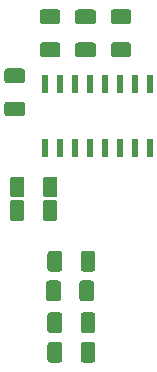
<source format=gbr>
G04 #@! TF.GenerationSoftware,KiCad,Pcbnew,5.0.2-bee76a0~70~ubuntu18.04.1*
G04 #@! TF.CreationDate,2020-08-17T12:22:27+12:00*
G04 #@! TF.ProjectId,Wireless232,57697265-6c65-4737-9332-33322e6b6963,rev?*
G04 #@! TF.SameCoordinates,Original*
G04 #@! TF.FileFunction,Paste,Bot*
G04 #@! TF.FilePolarity,Positive*
%FSLAX46Y46*%
G04 Gerber Fmt 4.6, Leading zero omitted, Abs format (unit mm)*
G04 Created by KiCad (PCBNEW 5.0.2-bee76a0~70~ubuntu18.04.1) date Mon 17 Aug 2020 12:22:27 NZST*
%MOMM*%
%LPD*%
G01*
G04 APERTURE LIST*
%ADD10C,0.100000*%
%ADD11C,1.250000*%
%ADD12R,0.600000X1.500000*%
G04 APERTURE END LIST*
D10*
G04 #@! TO.C,R4*
G36*
X122799504Y-98426204D02*
X122823773Y-98429804D01*
X122847571Y-98435765D01*
X122870671Y-98444030D01*
X122892849Y-98454520D01*
X122913893Y-98467133D01*
X122933598Y-98481747D01*
X122951777Y-98498223D01*
X122968253Y-98516402D01*
X122982867Y-98536107D01*
X122995480Y-98557151D01*
X123005970Y-98579329D01*
X123014235Y-98602429D01*
X123020196Y-98626227D01*
X123023796Y-98650496D01*
X123025000Y-98675000D01*
X123025000Y-99925000D01*
X123023796Y-99949504D01*
X123020196Y-99973773D01*
X123014235Y-99997571D01*
X123005970Y-100020671D01*
X122995480Y-100042849D01*
X122982867Y-100063893D01*
X122968253Y-100083598D01*
X122951777Y-100101777D01*
X122933598Y-100118253D01*
X122913893Y-100132867D01*
X122892849Y-100145480D01*
X122870671Y-100155970D01*
X122847571Y-100164235D01*
X122823773Y-100170196D01*
X122799504Y-100173796D01*
X122775000Y-100175000D01*
X122025000Y-100175000D01*
X122000496Y-100173796D01*
X121976227Y-100170196D01*
X121952429Y-100164235D01*
X121929329Y-100155970D01*
X121907151Y-100145480D01*
X121886107Y-100132867D01*
X121866402Y-100118253D01*
X121848223Y-100101777D01*
X121831747Y-100083598D01*
X121817133Y-100063893D01*
X121804520Y-100042849D01*
X121794030Y-100020671D01*
X121785765Y-99997571D01*
X121779804Y-99973773D01*
X121776204Y-99949504D01*
X121775000Y-99925000D01*
X121775000Y-98675000D01*
X121776204Y-98650496D01*
X121779804Y-98626227D01*
X121785765Y-98602429D01*
X121794030Y-98579329D01*
X121804520Y-98557151D01*
X121817133Y-98536107D01*
X121831747Y-98516402D01*
X121848223Y-98498223D01*
X121866402Y-98481747D01*
X121886107Y-98467133D01*
X121907151Y-98454520D01*
X121929329Y-98444030D01*
X121952429Y-98435765D01*
X121976227Y-98429804D01*
X122000496Y-98426204D01*
X122025000Y-98425000D01*
X122775000Y-98425000D01*
X122799504Y-98426204D01*
X122799504Y-98426204D01*
G37*
D11*
X122400000Y-99300000D03*
D10*
G36*
X125599504Y-98426204D02*
X125623773Y-98429804D01*
X125647571Y-98435765D01*
X125670671Y-98444030D01*
X125692849Y-98454520D01*
X125713893Y-98467133D01*
X125733598Y-98481747D01*
X125751777Y-98498223D01*
X125768253Y-98516402D01*
X125782867Y-98536107D01*
X125795480Y-98557151D01*
X125805970Y-98579329D01*
X125814235Y-98602429D01*
X125820196Y-98626227D01*
X125823796Y-98650496D01*
X125825000Y-98675000D01*
X125825000Y-99925000D01*
X125823796Y-99949504D01*
X125820196Y-99973773D01*
X125814235Y-99997571D01*
X125805970Y-100020671D01*
X125795480Y-100042849D01*
X125782867Y-100063893D01*
X125768253Y-100083598D01*
X125751777Y-100101777D01*
X125733598Y-100118253D01*
X125713893Y-100132867D01*
X125692849Y-100145480D01*
X125670671Y-100155970D01*
X125647571Y-100164235D01*
X125623773Y-100170196D01*
X125599504Y-100173796D01*
X125575000Y-100175000D01*
X124825000Y-100175000D01*
X124800496Y-100173796D01*
X124776227Y-100170196D01*
X124752429Y-100164235D01*
X124729329Y-100155970D01*
X124707151Y-100145480D01*
X124686107Y-100132867D01*
X124666402Y-100118253D01*
X124648223Y-100101777D01*
X124631747Y-100083598D01*
X124617133Y-100063893D01*
X124604520Y-100042849D01*
X124594030Y-100020671D01*
X124585765Y-99997571D01*
X124579804Y-99973773D01*
X124576204Y-99949504D01*
X124575000Y-99925000D01*
X124575000Y-98675000D01*
X124576204Y-98650496D01*
X124579804Y-98626227D01*
X124585765Y-98602429D01*
X124594030Y-98579329D01*
X124604520Y-98557151D01*
X124617133Y-98536107D01*
X124631747Y-98516402D01*
X124648223Y-98498223D01*
X124666402Y-98481747D01*
X124686107Y-98467133D01*
X124707151Y-98454520D01*
X124729329Y-98444030D01*
X124752429Y-98435765D01*
X124776227Y-98429804D01*
X124800496Y-98426204D01*
X124825000Y-98425000D01*
X125575000Y-98425000D01*
X125599504Y-98426204D01*
X125599504Y-98426204D01*
G37*
D11*
X125200000Y-99300000D03*
G04 #@! TD*
D10*
G04 #@! TO.C,R3*
G36*
X125599504Y-103626204D02*
X125623773Y-103629804D01*
X125647571Y-103635765D01*
X125670671Y-103644030D01*
X125692849Y-103654520D01*
X125713893Y-103667133D01*
X125733598Y-103681747D01*
X125751777Y-103698223D01*
X125768253Y-103716402D01*
X125782867Y-103736107D01*
X125795480Y-103757151D01*
X125805970Y-103779329D01*
X125814235Y-103802429D01*
X125820196Y-103826227D01*
X125823796Y-103850496D01*
X125825000Y-103875000D01*
X125825000Y-105125000D01*
X125823796Y-105149504D01*
X125820196Y-105173773D01*
X125814235Y-105197571D01*
X125805970Y-105220671D01*
X125795480Y-105242849D01*
X125782867Y-105263893D01*
X125768253Y-105283598D01*
X125751777Y-105301777D01*
X125733598Y-105318253D01*
X125713893Y-105332867D01*
X125692849Y-105345480D01*
X125670671Y-105355970D01*
X125647571Y-105364235D01*
X125623773Y-105370196D01*
X125599504Y-105373796D01*
X125575000Y-105375000D01*
X124825000Y-105375000D01*
X124800496Y-105373796D01*
X124776227Y-105370196D01*
X124752429Y-105364235D01*
X124729329Y-105355970D01*
X124707151Y-105345480D01*
X124686107Y-105332867D01*
X124666402Y-105318253D01*
X124648223Y-105301777D01*
X124631747Y-105283598D01*
X124617133Y-105263893D01*
X124604520Y-105242849D01*
X124594030Y-105220671D01*
X124585765Y-105197571D01*
X124579804Y-105173773D01*
X124576204Y-105149504D01*
X124575000Y-105125000D01*
X124575000Y-103875000D01*
X124576204Y-103850496D01*
X124579804Y-103826227D01*
X124585765Y-103802429D01*
X124594030Y-103779329D01*
X124604520Y-103757151D01*
X124617133Y-103736107D01*
X124631747Y-103716402D01*
X124648223Y-103698223D01*
X124666402Y-103681747D01*
X124686107Y-103667133D01*
X124707151Y-103654520D01*
X124729329Y-103644030D01*
X124752429Y-103635765D01*
X124776227Y-103629804D01*
X124800496Y-103626204D01*
X124825000Y-103625000D01*
X125575000Y-103625000D01*
X125599504Y-103626204D01*
X125599504Y-103626204D01*
G37*
D11*
X125200000Y-104500000D03*
D10*
G36*
X122799504Y-103626204D02*
X122823773Y-103629804D01*
X122847571Y-103635765D01*
X122870671Y-103644030D01*
X122892849Y-103654520D01*
X122913893Y-103667133D01*
X122933598Y-103681747D01*
X122951777Y-103698223D01*
X122968253Y-103716402D01*
X122982867Y-103736107D01*
X122995480Y-103757151D01*
X123005970Y-103779329D01*
X123014235Y-103802429D01*
X123020196Y-103826227D01*
X123023796Y-103850496D01*
X123025000Y-103875000D01*
X123025000Y-105125000D01*
X123023796Y-105149504D01*
X123020196Y-105173773D01*
X123014235Y-105197571D01*
X123005970Y-105220671D01*
X122995480Y-105242849D01*
X122982867Y-105263893D01*
X122968253Y-105283598D01*
X122951777Y-105301777D01*
X122933598Y-105318253D01*
X122913893Y-105332867D01*
X122892849Y-105345480D01*
X122870671Y-105355970D01*
X122847571Y-105364235D01*
X122823773Y-105370196D01*
X122799504Y-105373796D01*
X122775000Y-105375000D01*
X122025000Y-105375000D01*
X122000496Y-105373796D01*
X121976227Y-105370196D01*
X121952429Y-105364235D01*
X121929329Y-105355970D01*
X121907151Y-105345480D01*
X121886107Y-105332867D01*
X121866402Y-105318253D01*
X121848223Y-105301777D01*
X121831747Y-105283598D01*
X121817133Y-105263893D01*
X121804520Y-105242849D01*
X121794030Y-105220671D01*
X121785765Y-105197571D01*
X121779804Y-105173773D01*
X121776204Y-105149504D01*
X121775000Y-105125000D01*
X121775000Y-103875000D01*
X121776204Y-103850496D01*
X121779804Y-103826227D01*
X121785765Y-103802429D01*
X121794030Y-103779329D01*
X121804520Y-103757151D01*
X121817133Y-103736107D01*
X121831747Y-103716402D01*
X121848223Y-103698223D01*
X121866402Y-103681747D01*
X121886107Y-103667133D01*
X121907151Y-103654520D01*
X121929329Y-103644030D01*
X121952429Y-103635765D01*
X121976227Y-103629804D01*
X122000496Y-103626204D01*
X122025000Y-103625000D01*
X122775000Y-103625000D01*
X122799504Y-103626204D01*
X122799504Y-103626204D01*
G37*
D11*
X122400000Y-104500000D03*
G04 #@! TD*
D10*
G04 #@! TO.C,R2*
G36*
X125499504Y-100926204D02*
X125523773Y-100929804D01*
X125547571Y-100935765D01*
X125570671Y-100944030D01*
X125592849Y-100954520D01*
X125613893Y-100967133D01*
X125633598Y-100981747D01*
X125651777Y-100998223D01*
X125668253Y-101016402D01*
X125682867Y-101036107D01*
X125695480Y-101057151D01*
X125705970Y-101079329D01*
X125714235Y-101102429D01*
X125720196Y-101126227D01*
X125723796Y-101150496D01*
X125725000Y-101175000D01*
X125725000Y-102425000D01*
X125723796Y-102449504D01*
X125720196Y-102473773D01*
X125714235Y-102497571D01*
X125705970Y-102520671D01*
X125695480Y-102542849D01*
X125682867Y-102563893D01*
X125668253Y-102583598D01*
X125651777Y-102601777D01*
X125633598Y-102618253D01*
X125613893Y-102632867D01*
X125592849Y-102645480D01*
X125570671Y-102655970D01*
X125547571Y-102664235D01*
X125523773Y-102670196D01*
X125499504Y-102673796D01*
X125475000Y-102675000D01*
X124725000Y-102675000D01*
X124700496Y-102673796D01*
X124676227Y-102670196D01*
X124652429Y-102664235D01*
X124629329Y-102655970D01*
X124607151Y-102645480D01*
X124586107Y-102632867D01*
X124566402Y-102618253D01*
X124548223Y-102601777D01*
X124531747Y-102583598D01*
X124517133Y-102563893D01*
X124504520Y-102542849D01*
X124494030Y-102520671D01*
X124485765Y-102497571D01*
X124479804Y-102473773D01*
X124476204Y-102449504D01*
X124475000Y-102425000D01*
X124475000Y-101175000D01*
X124476204Y-101150496D01*
X124479804Y-101126227D01*
X124485765Y-101102429D01*
X124494030Y-101079329D01*
X124504520Y-101057151D01*
X124517133Y-101036107D01*
X124531747Y-101016402D01*
X124548223Y-100998223D01*
X124566402Y-100981747D01*
X124586107Y-100967133D01*
X124607151Y-100954520D01*
X124629329Y-100944030D01*
X124652429Y-100935765D01*
X124676227Y-100929804D01*
X124700496Y-100926204D01*
X124725000Y-100925000D01*
X125475000Y-100925000D01*
X125499504Y-100926204D01*
X125499504Y-100926204D01*
G37*
D11*
X125100000Y-101800000D03*
D10*
G36*
X122699504Y-100926204D02*
X122723773Y-100929804D01*
X122747571Y-100935765D01*
X122770671Y-100944030D01*
X122792849Y-100954520D01*
X122813893Y-100967133D01*
X122833598Y-100981747D01*
X122851777Y-100998223D01*
X122868253Y-101016402D01*
X122882867Y-101036107D01*
X122895480Y-101057151D01*
X122905970Y-101079329D01*
X122914235Y-101102429D01*
X122920196Y-101126227D01*
X122923796Y-101150496D01*
X122925000Y-101175000D01*
X122925000Y-102425000D01*
X122923796Y-102449504D01*
X122920196Y-102473773D01*
X122914235Y-102497571D01*
X122905970Y-102520671D01*
X122895480Y-102542849D01*
X122882867Y-102563893D01*
X122868253Y-102583598D01*
X122851777Y-102601777D01*
X122833598Y-102618253D01*
X122813893Y-102632867D01*
X122792849Y-102645480D01*
X122770671Y-102655970D01*
X122747571Y-102664235D01*
X122723773Y-102670196D01*
X122699504Y-102673796D01*
X122675000Y-102675000D01*
X121925000Y-102675000D01*
X121900496Y-102673796D01*
X121876227Y-102670196D01*
X121852429Y-102664235D01*
X121829329Y-102655970D01*
X121807151Y-102645480D01*
X121786107Y-102632867D01*
X121766402Y-102618253D01*
X121748223Y-102601777D01*
X121731747Y-102583598D01*
X121717133Y-102563893D01*
X121704520Y-102542849D01*
X121694030Y-102520671D01*
X121685765Y-102497571D01*
X121679804Y-102473773D01*
X121676204Y-102449504D01*
X121675000Y-102425000D01*
X121675000Y-101175000D01*
X121676204Y-101150496D01*
X121679804Y-101126227D01*
X121685765Y-101102429D01*
X121694030Y-101079329D01*
X121704520Y-101057151D01*
X121717133Y-101036107D01*
X121731747Y-101016402D01*
X121748223Y-100998223D01*
X121766402Y-100981747D01*
X121786107Y-100967133D01*
X121807151Y-100954520D01*
X121829329Y-100944030D01*
X121852429Y-100935765D01*
X121876227Y-100929804D01*
X121900496Y-100926204D01*
X121925000Y-100925000D01*
X122675000Y-100925000D01*
X122699504Y-100926204D01*
X122699504Y-100926204D01*
G37*
D11*
X122300000Y-101800000D03*
G04 #@! TD*
D10*
G04 #@! TO.C,R1*
G36*
X125599504Y-106126204D02*
X125623773Y-106129804D01*
X125647571Y-106135765D01*
X125670671Y-106144030D01*
X125692849Y-106154520D01*
X125713893Y-106167133D01*
X125733598Y-106181747D01*
X125751777Y-106198223D01*
X125768253Y-106216402D01*
X125782867Y-106236107D01*
X125795480Y-106257151D01*
X125805970Y-106279329D01*
X125814235Y-106302429D01*
X125820196Y-106326227D01*
X125823796Y-106350496D01*
X125825000Y-106375000D01*
X125825000Y-107625000D01*
X125823796Y-107649504D01*
X125820196Y-107673773D01*
X125814235Y-107697571D01*
X125805970Y-107720671D01*
X125795480Y-107742849D01*
X125782867Y-107763893D01*
X125768253Y-107783598D01*
X125751777Y-107801777D01*
X125733598Y-107818253D01*
X125713893Y-107832867D01*
X125692849Y-107845480D01*
X125670671Y-107855970D01*
X125647571Y-107864235D01*
X125623773Y-107870196D01*
X125599504Y-107873796D01*
X125575000Y-107875000D01*
X124825000Y-107875000D01*
X124800496Y-107873796D01*
X124776227Y-107870196D01*
X124752429Y-107864235D01*
X124729329Y-107855970D01*
X124707151Y-107845480D01*
X124686107Y-107832867D01*
X124666402Y-107818253D01*
X124648223Y-107801777D01*
X124631747Y-107783598D01*
X124617133Y-107763893D01*
X124604520Y-107742849D01*
X124594030Y-107720671D01*
X124585765Y-107697571D01*
X124579804Y-107673773D01*
X124576204Y-107649504D01*
X124575000Y-107625000D01*
X124575000Y-106375000D01*
X124576204Y-106350496D01*
X124579804Y-106326227D01*
X124585765Y-106302429D01*
X124594030Y-106279329D01*
X124604520Y-106257151D01*
X124617133Y-106236107D01*
X124631747Y-106216402D01*
X124648223Y-106198223D01*
X124666402Y-106181747D01*
X124686107Y-106167133D01*
X124707151Y-106154520D01*
X124729329Y-106144030D01*
X124752429Y-106135765D01*
X124776227Y-106129804D01*
X124800496Y-106126204D01*
X124825000Y-106125000D01*
X125575000Y-106125000D01*
X125599504Y-106126204D01*
X125599504Y-106126204D01*
G37*
D11*
X125200000Y-107000000D03*
D10*
G36*
X122799504Y-106126204D02*
X122823773Y-106129804D01*
X122847571Y-106135765D01*
X122870671Y-106144030D01*
X122892849Y-106154520D01*
X122913893Y-106167133D01*
X122933598Y-106181747D01*
X122951777Y-106198223D01*
X122968253Y-106216402D01*
X122982867Y-106236107D01*
X122995480Y-106257151D01*
X123005970Y-106279329D01*
X123014235Y-106302429D01*
X123020196Y-106326227D01*
X123023796Y-106350496D01*
X123025000Y-106375000D01*
X123025000Y-107625000D01*
X123023796Y-107649504D01*
X123020196Y-107673773D01*
X123014235Y-107697571D01*
X123005970Y-107720671D01*
X122995480Y-107742849D01*
X122982867Y-107763893D01*
X122968253Y-107783598D01*
X122951777Y-107801777D01*
X122933598Y-107818253D01*
X122913893Y-107832867D01*
X122892849Y-107845480D01*
X122870671Y-107855970D01*
X122847571Y-107864235D01*
X122823773Y-107870196D01*
X122799504Y-107873796D01*
X122775000Y-107875000D01*
X122025000Y-107875000D01*
X122000496Y-107873796D01*
X121976227Y-107870196D01*
X121952429Y-107864235D01*
X121929329Y-107855970D01*
X121907151Y-107845480D01*
X121886107Y-107832867D01*
X121866402Y-107818253D01*
X121848223Y-107801777D01*
X121831747Y-107783598D01*
X121817133Y-107763893D01*
X121804520Y-107742849D01*
X121794030Y-107720671D01*
X121785765Y-107697571D01*
X121779804Y-107673773D01*
X121776204Y-107649504D01*
X121775000Y-107625000D01*
X121775000Y-106375000D01*
X121776204Y-106350496D01*
X121779804Y-106326227D01*
X121785765Y-106302429D01*
X121794030Y-106279329D01*
X121804520Y-106257151D01*
X121817133Y-106236107D01*
X121831747Y-106216402D01*
X121848223Y-106198223D01*
X121866402Y-106181747D01*
X121886107Y-106167133D01*
X121907151Y-106154520D01*
X121929329Y-106144030D01*
X121952429Y-106135765D01*
X121976227Y-106129804D01*
X122000496Y-106126204D01*
X122025000Y-106125000D01*
X122775000Y-106125000D01*
X122799504Y-106126204D01*
X122799504Y-106126204D01*
G37*
D11*
X122400000Y-107000000D03*
G04 #@! TD*
D10*
G04 #@! TO.C,C6*
G36*
X128649504Y-80776204D02*
X128673773Y-80779804D01*
X128697571Y-80785765D01*
X128720671Y-80794030D01*
X128742849Y-80804520D01*
X128763893Y-80817133D01*
X128783598Y-80831747D01*
X128801777Y-80848223D01*
X128818253Y-80866402D01*
X128832867Y-80886107D01*
X128845480Y-80907151D01*
X128855970Y-80929329D01*
X128864235Y-80952429D01*
X128870196Y-80976227D01*
X128873796Y-81000496D01*
X128875000Y-81025000D01*
X128875000Y-81775000D01*
X128873796Y-81799504D01*
X128870196Y-81823773D01*
X128864235Y-81847571D01*
X128855970Y-81870671D01*
X128845480Y-81892849D01*
X128832867Y-81913893D01*
X128818253Y-81933598D01*
X128801777Y-81951777D01*
X128783598Y-81968253D01*
X128763893Y-81982867D01*
X128742849Y-81995480D01*
X128720671Y-82005970D01*
X128697571Y-82014235D01*
X128673773Y-82020196D01*
X128649504Y-82023796D01*
X128625000Y-82025000D01*
X127375000Y-82025000D01*
X127350496Y-82023796D01*
X127326227Y-82020196D01*
X127302429Y-82014235D01*
X127279329Y-82005970D01*
X127257151Y-81995480D01*
X127236107Y-81982867D01*
X127216402Y-81968253D01*
X127198223Y-81951777D01*
X127181747Y-81933598D01*
X127167133Y-81913893D01*
X127154520Y-81892849D01*
X127144030Y-81870671D01*
X127135765Y-81847571D01*
X127129804Y-81823773D01*
X127126204Y-81799504D01*
X127125000Y-81775000D01*
X127125000Y-81025000D01*
X127126204Y-81000496D01*
X127129804Y-80976227D01*
X127135765Y-80952429D01*
X127144030Y-80929329D01*
X127154520Y-80907151D01*
X127167133Y-80886107D01*
X127181747Y-80866402D01*
X127198223Y-80848223D01*
X127216402Y-80831747D01*
X127236107Y-80817133D01*
X127257151Y-80804520D01*
X127279329Y-80794030D01*
X127302429Y-80785765D01*
X127326227Y-80779804D01*
X127350496Y-80776204D01*
X127375000Y-80775000D01*
X128625000Y-80775000D01*
X128649504Y-80776204D01*
X128649504Y-80776204D01*
G37*
D11*
X128000000Y-81400000D03*
D10*
G36*
X128649504Y-77976204D02*
X128673773Y-77979804D01*
X128697571Y-77985765D01*
X128720671Y-77994030D01*
X128742849Y-78004520D01*
X128763893Y-78017133D01*
X128783598Y-78031747D01*
X128801777Y-78048223D01*
X128818253Y-78066402D01*
X128832867Y-78086107D01*
X128845480Y-78107151D01*
X128855970Y-78129329D01*
X128864235Y-78152429D01*
X128870196Y-78176227D01*
X128873796Y-78200496D01*
X128875000Y-78225000D01*
X128875000Y-78975000D01*
X128873796Y-78999504D01*
X128870196Y-79023773D01*
X128864235Y-79047571D01*
X128855970Y-79070671D01*
X128845480Y-79092849D01*
X128832867Y-79113893D01*
X128818253Y-79133598D01*
X128801777Y-79151777D01*
X128783598Y-79168253D01*
X128763893Y-79182867D01*
X128742849Y-79195480D01*
X128720671Y-79205970D01*
X128697571Y-79214235D01*
X128673773Y-79220196D01*
X128649504Y-79223796D01*
X128625000Y-79225000D01*
X127375000Y-79225000D01*
X127350496Y-79223796D01*
X127326227Y-79220196D01*
X127302429Y-79214235D01*
X127279329Y-79205970D01*
X127257151Y-79195480D01*
X127236107Y-79182867D01*
X127216402Y-79168253D01*
X127198223Y-79151777D01*
X127181747Y-79133598D01*
X127167133Y-79113893D01*
X127154520Y-79092849D01*
X127144030Y-79070671D01*
X127135765Y-79047571D01*
X127129804Y-79023773D01*
X127126204Y-78999504D01*
X127125000Y-78975000D01*
X127125000Y-78225000D01*
X127126204Y-78200496D01*
X127129804Y-78176227D01*
X127135765Y-78152429D01*
X127144030Y-78129329D01*
X127154520Y-78107151D01*
X127167133Y-78086107D01*
X127181747Y-78066402D01*
X127198223Y-78048223D01*
X127216402Y-78031747D01*
X127236107Y-78017133D01*
X127257151Y-78004520D01*
X127279329Y-77994030D01*
X127302429Y-77985765D01*
X127326227Y-77979804D01*
X127350496Y-77976204D01*
X127375000Y-77975000D01*
X128625000Y-77975000D01*
X128649504Y-77976204D01*
X128649504Y-77976204D01*
G37*
D11*
X128000000Y-78600000D03*
G04 #@! TD*
D10*
G04 #@! TO.C,C5*
G36*
X122649504Y-77976204D02*
X122673773Y-77979804D01*
X122697571Y-77985765D01*
X122720671Y-77994030D01*
X122742849Y-78004520D01*
X122763893Y-78017133D01*
X122783598Y-78031747D01*
X122801777Y-78048223D01*
X122818253Y-78066402D01*
X122832867Y-78086107D01*
X122845480Y-78107151D01*
X122855970Y-78129329D01*
X122864235Y-78152429D01*
X122870196Y-78176227D01*
X122873796Y-78200496D01*
X122875000Y-78225000D01*
X122875000Y-78975000D01*
X122873796Y-78999504D01*
X122870196Y-79023773D01*
X122864235Y-79047571D01*
X122855970Y-79070671D01*
X122845480Y-79092849D01*
X122832867Y-79113893D01*
X122818253Y-79133598D01*
X122801777Y-79151777D01*
X122783598Y-79168253D01*
X122763893Y-79182867D01*
X122742849Y-79195480D01*
X122720671Y-79205970D01*
X122697571Y-79214235D01*
X122673773Y-79220196D01*
X122649504Y-79223796D01*
X122625000Y-79225000D01*
X121375000Y-79225000D01*
X121350496Y-79223796D01*
X121326227Y-79220196D01*
X121302429Y-79214235D01*
X121279329Y-79205970D01*
X121257151Y-79195480D01*
X121236107Y-79182867D01*
X121216402Y-79168253D01*
X121198223Y-79151777D01*
X121181747Y-79133598D01*
X121167133Y-79113893D01*
X121154520Y-79092849D01*
X121144030Y-79070671D01*
X121135765Y-79047571D01*
X121129804Y-79023773D01*
X121126204Y-78999504D01*
X121125000Y-78975000D01*
X121125000Y-78225000D01*
X121126204Y-78200496D01*
X121129804Y-78176227D01*
X121135765Y-78152429D01*
X121144030Y-78129329D01*
X121154520Y-78107151D01*
X121167133Y-78086107D01*
X121181747Y-78066402D01*
X121198223Y-78048223D01*
X121216402Y-78031747D01*
X121236107Y-78017133D01*
X121257151Y-78004520D01*
X121279329Y-77994030D01*
X121302429Y-77985765D01*
X121326227Y-77979804D01*
X121350496Y-77976204D01*
X121375000Y-77975000D01*
X122625000Y-77975000D01*
X122649504Y-77976204D01*
X122649504Y-77976204D01*
G37*
D11*
X122000000Y-78600000D03*
D10*
G36*
X122649504Y-80776204D02*
X122673773Y-80779804D01*
X122697571Y-80785765D01*
X122720671Y-80794030D01*
X122742849Y-80804520D01*
X122763893Y-80817133D01*
X122783598Y-80831747D01*
X122801777Y-80848223D01*
X122818253Y-80866402D01*
X122832867Y-80886107D01*
X122845480Y-80907151D01*
X122855970Y-80929329D01*
X122864235Y-80952429D01*
X122870196Y-80976227D01*
X122873796Y-81000496D01*
X122875000Y-81025000D01*
X122875000Y-81775000D01*
X122873796Y-81799504D01*
X122870196Y-81823773D01*
X122864235Y-81847571D01*
X122855970Y-81870671D01*
X122845480Y-81892849D01*
X122832867Y-81913893D01*
X122818253Y-81933598D01*
X122801777Y-81951777D01*
X122783598Y-81968253D01*
X122763893Y-81982867D01*
X122742849Y-81995480D01*
X122720671Y-82005970D01*
X122697571Y-82014235D01*
X122673773Y-82020196D01*
X122649504Y-82023796D01*
X122625000Y-82025000D01*
X121375000Y-82025000D01*
X121350496Y-82023796D01*
X121326227Y-82020196D01*
X121302429Y-82014235D01*
X121279329Y-82005970D01*
X121257151Y-81995480D01*
X121236107Y-81982867D01*
X121216402Y-81968253D01*
X121198223Y-81951777D01*
X121181747Y-81933598D01*
X121167133Y-81913893D01*
X121154520Y-81892849D01*
X121144030Y-81870671D01*
X121135765Y-81847571D01*
X121129804Y-81823773D01*
X121126204Y-81799504D01*
X121125000Y-81775000D01*
X121125000Y-81025000D01*
X121126204Y-81000496D01*
X121129804Y-80976227D01*
X121135765Y-80952429D01*
X121144030Y-80929329D01*
X121154520Y-80907151D01*
X121167133Y-80886107D01*
X121181747Y-80866402D01*
X121198223Y-80848223D01*
X121216402Y-80831747D01*
X121236107Y-80817133D01*
X121257151Y-80804520D01*
X121279329Y-80794030D01*
X121302429Y-80785765D01*
X121326227Y-80779804D01*
X121350496Y-80776204D01*
X121375000Y-80775000D01*
X122625000Y-80775000D01*
X122649504Y-80776204D01*
X122649504Y-80776204D01*
G37*
D11*
X122000000Y-81400000D03*
G04 #@! TD*
D10*
G04 #@! TO.C,C4*
G36*
X125649504Y-77976204D02*
X125673773Y-77979804D01*
X125697571Y-77985765D01*
X125720671Y-77994030D01*
X125742849Y-78004520D01*
X125763893Y-78017133D01*
X125783598Y-78031747D01*
X125801777Y-78048223D01*
X125818253Y-78066402D01*
X125832867Y-78086107D01*
X125845480Y-78107151D01*
X125855970Y-78129329D01*
X125864235Y-78152429D01*
X125870196Y-78176227D01*
X125873796Y-78200496D01*
X125875000Y-78225000D01*
X125875000Y-78975000D01*
X125873796Y-78999504D01*
X125870196Y-79023773D01*
X125864235Y-79047571D01*
X125855970Y-79070671D01*
X125845480Y-79092849D01*
X125832867Y-79113893D01*
X125818253Y-79133598D01*
X125801777Y-79151777D01*
X125783598Y-79168253D01*
X125763893Y-79182867D01*
X125742849Y-79195480D01*
X125720671Y-79205970D01*
X125697571Y-79214235D01*
X125673773Y-79220196D01*
X125649504Y-79223796D01*
X125625000Y-79225000D01*
X124375000Y-79225000D01*
X124350496Y-79223796D01*
X124326227Y-79220196D01*
X124302429Y-79214235D01*
X124279329Y-79205970D01*
X124257151Y-79195480D01*
X124236107Y-79182867D01*
X124216402Y-79168253D01*
X124198223Y-79151777D01*
X124181747Y-79133598D01*
X124167133Y-79113893D01*
X124154520Y-79092849D01*
X124144030Y-79070671D01*
X124135765Y-79047571D01*
X124129804Y-79023773D01*
X124126204Y-78999504D01*
X124125000Y-78975000D01*
X124125000Y-78225000D01*
X124126204Y-78200496D01*
X124129804Y-78176227D01*
X124135765Y-78152429D01*
X124144030Y-78129329D01*
X124154520Y-78107151D01*
X124167133Y-78086107D01*
X124181747Y-78066402D01*
X124198223Y-78048223D01*
X124216402Y-78031747D01*
X124236107Y-78017133D01*
X124257151Y-78004520D01*
X124279329Y-77994030D01*
X124302429Y-77985765D01*
X124326227Y-77979804D01*
X124350496Y-77976204D01*
X124375000Y-77975000D01*
X125625000Y-77975000D01*
X125649504Y-77976204D01*
X125649504Y-77976204D01*
G37*
D11*
X125000000Y-78600000D03*
D10*
G36*
X125649504Y-80776204D02*
X125673773Y-80779804D01*
X125697571Y-80785765D01*
X125720671Y-80794030D01*
X125742849Y-80804520D01*
X125763893Y-80817133D01*
X125783598Y-80831747D01*
X125801777Y-80848223D01*
X125818253Y-80866402D01*
X125832867Y-80886107D01*
X125845480Y-80907151D01*
X125855970Y-80929329D01*
X125864235Y-80952429D01*
X125870196Y-80976227D01*
X125873796Y-81000496D01*
X125875000Y-81025000D01*
X125875000Y-81775000D01*
X125873796Y-81799504D01*
X125870196Y-81823773D01*
X125864235Y-81847571D01*
X125855970Y-81870671D01*
X125845480Y-81892849D01*
X125832867Y-81913893D01*
X125818253Y-81933598D01*
X125801777Y-81951777D01*
X125783598Y-81968253D01*
X125763893Y-81982867D01*
X125742849Y-81995480D01*
X125720671Y-82005970D01*
X125697571Y-82014235D01*
X125673773Y-82020196D01*
X125649504Y-82023796D01*
X125625000Y-82025000D01*
X124375000Y-82025000D01*
X124350496Y-82023796D01*
X124326227Y-82020196D01*
X124302429Y-82014235D01*
X124279329Y-82005970D01*
X124257151Y-81995480D01*
X124236107Y-81982867D01*
X124216402Y-81968253D01*
X124198223Y-81951777D01*
X124181747Y-81933598D01*
X124167133Y-81913893D01*
X124154520Y-81892849D01*
X124144030Y-81870671D01*
X124135765Y-81847571D01*
X124129804Y-81823773D01*
X124126204Y-81799504D01*
X124125000Y-81775000D01*
X124125000Y-81025000D01*
X124126204Y-81000496D01*
X124129804Y-80976227D01*
X124135765Y-80952429D01*
X124144030Y-80929329D01*
X124154520Y-80907151D01*
X124167133Y-80886107D01*
X124181747Y-80866402D01*
X124198223Y-80848223D01*
X124216402Y-80831747D01*
X124236107Y-80817133D01*
X124257151Y-80804520D01*
X124279329Y-80794030D01*
X124302429Y-80785765D01*
X124326227Y-80779804D01*
X124350496Y-80776204D01*
X124375000Y-80775000D01*
X125625000Y-80775000D01*
X125649504Y-80776204D01*
X125649504Y-80776204D01*
G37*
D11*
X125000000Y-81400000D03*
G04 #@! TD*
D10*
G04 #@! TO.C,C3*
G36*
X119599504Y-92126204D02*
X119623773Y-92129804D01*
X119647571Y-92135765D01*
X119670671Y-92144030D01*
X119692849Y-92154520D01*
X119713893Y-92167133D01*
X119733598Y-92181747D01*
X119751777Y-92198223D01*
X119768253Y-92216402D01*
X119782867Y-92236107D01*
X119795480Y-92257151D01*
X119805970Y-92279329D01*
X119814235Y-92302429D01*
X119820196Y-92326227D01*
X119823796Y-92350496D01*
X119825000Y-92375000D01*
X119825000Y-93625000D01*
X119823796Y-93649504D01*
X119820196Y-93673773D01*
X119814235Y-93697571D01*
X119805970Y-93720671D01*
X119795480Y-93742849D01*
X119782867Y-93763893D01*
X119768253Y-93783598D01*
X119751777Y-93801777D01*
X119733598Y-93818253D01*
X119713893Y-93832867D01*
X119692849Y-93845480D01*
X119670671Y-93855970D01*
X119647571Y-93864235D01*
X119623773Y-93870196D01*
X119599504Y-93873796D01*
X119575000Y-93875000D01*
X118825000Y-93875000D01*
X118800496Y-93873796D01*
X118776227Y-93870196D01*
X118752429Y-93864235D01*
X118729329Y-93855970D01*
X118707151Y-93845480D01*
X118686107Y-93832867D01*
X118666402Y-93818253D01*
X118648223Y-93801777D01*
X118631747Y-93783598D01*
X118617133Y-93763893D01*
X118604520Y-93742849D01*
X118594030Y-93720671D01*
X118585765Y-93697571D01*
X118579804Y-93673773D01*
X118576204Y-93649504D01*
X118575000Y-93625000D01*
X118575000Y-92375000D01*
X118576204Y-92350496D01*
X118579804Y-92326227D01*
X118585765Y-92302429D01*
X118594030Y-92279329D01*
X118604520Y-92257151D01*
X118617133Y-92236107D01*
X118631747Y-92216402D01*
X118648223Y-92198223D01*
X118666402Y-92181747D01*
X118686107Y-92167133D01*
X118707151Y-92154520D01*
X118729329Y-92144030D01*
X118752429Y-92135765D01*
X118776227Y-92129804D01*
X118800496Y-92126204D01*
X118825000Y-92125000D01*
X119575000Y-92125000D01*
X119599504Y-92126204D01*
X119599504Y-92126204D01*
G37*
D11*
X119200000Y-93000000D03*
D10*
G36*
X122399504Y-92126204D02*
X122423773Y-92129804D01*
X122447571Y-92135765D01*
X122470671Y-92144030D01*
X122492849Y-92154520D01*
X122513893Y-92167133D01*
X122533598Y-92181747D01*
X122551777Y-92198223D01*
X122568253Y-92216402D01*
X122582867Y-92236107D01*
X122595480Y-92257151D01*
X122605970Y-92279329D01*
X122614235Y-92302429D01*
X122620196Y-92326227D01*
X122623796Y-92350496D01*
X122625000Y-92375000D01*
X122625000Y-93625000D01*
X122623796Y-93649504D01*
X122620196Y-93673773D01*
X122614235Y-93697571D01*
X122605970Y-93720671D01*
X122595480Y-93742849D01*
X122582867Y-93763893D01*
X122568253Y-93783598D01*
X122551777Y-93801777D01*
X122533598Y-93818253D01*
X122513893Y-93832867D01*
X122492849Y-93845480D01*
X122470671Y-93855970D01*
X122447571Y-93864235D01*
X122423773Y-93870196D01*
X122399504Y-93873796D01*
X122375000Y-93875000D01*
X121625000Y-93875000D01*
X121600496Y-93873796D01*
X121576227Y-93870196D01*
X121552429Y-93864235D01*
X121529329Y-93855970D01*
X121507151Y-93845480D01*
X121486107Y-93832867D01*
X121466402Y-93818253D01*
X121448223Y-93801777D01*
X121431747Y-93783598D01*
X121417133Y-93763893D01*
X121404520Y-93742849D01*
X121394030Y-93720671D01*
X121385765Y-93697571D01*
X121379804Y-93673773D01*
X121376204Y-93649504D01*
X121375000Y-93625000D01*
X121375000Y-92375000D01*
X121376204Y-92350496D01*
X121379804Y-92326227D01*
X121385765Y-92302429D01*
X121394030Y-92279329D01*
X121404520Y-92257151D01*
X121417133Y-92236107D01*
X121431747Y-92216402D01*
X121448223Y-92198223D01*
X121466402Y-92181747D01*
X121486107Y-92167133D01*
X121507151Y-92154520D01*
X121529329Y-92144030D01*
X121552429Y-92135765D01*
X121576227Y-92129804D01*
X121600496Y-92126204D01*
X121625000Y-92125000D01*
X122375000Y-92125000D01*
X122399504Y-92126204D01*
X122399504Y-92126204D01*
G37*
D11*
X122000000Y-93000000D03*
G04 #@! TD*
D10*
G04 #@! TO.C,C2*
G36*
X122399504Y-94126204D02*
X122423773Y-94129804D01*
X122447571Y-94135765D01*
X122470671Y-94144030D01*
X122492849Y-94154520D01*
X122513893Y-94167133D01*
X122533598Y-94181747D01*
X122551777Y-94198223D01*
X122568253Y-94216402D01*
X122582867Y-94236107D01*
X122595480Y-94257151D01*
X122605970Y-94279329D01*
X122614235Y-94302429D01*
X122620196Y-94326227D01*
X122623796Y-94350496D01*
X122625000Y-94375000D01*
X122625000Y-95625000D01*
X122623796Y-95649504D01*
X122620196Y-95673773D01*
X122614235Y-95697571D01*
X122605970Y-95720671D01*
X122595480Y-95742849D01*
X122582867Y-95763893D01*
X122568253Y-95783598D01*
X122551777Y-95801777D01*
X122533598Y-95818253D01*
X122513893Y-95832867D01*
X122492849Y-95845480D01*
X122470671Y-95855970D01*
X122447571Y-95864235D01*
X122423773Y-95870196D01*
X122399504Y-95873796D01*
X122375000Y-95875000D01*
X121625000Y-95875000D01*
X121600496Y-95873796D01*
X121576227Y-95870196D01*
X121552429Y-95864235D01*
X121529329Y-95855970D01*
X121507151Y-95845480D01*
X121486107Y-95832867D01*
X121466402Y-95818253D01*
X121448223Y-95801777D01*
X121431747Y-95783598D01*
X121417133Y-95763893D01*
X121404520Y-95742849D01*
X121394030Y-95720671D01*
X121385765Y-95697571D01*
X121379804Y-95673773D01*
X121376204Y-95649504D01*
X121375000Y-95625000D01*
X121375000Y-94375000D01*
X121376204Y-94350496D01*
X121379804Y-94326227D01*
X121385765Y-94302429D01*
X121394030Y-94279329D01*
X121404520Y-94257151D01*
X121417133Y-94236107D01*
X121431747Y-94216402D01*
X121448223Y-94198223D01*
X121466402Y-94181747D01*
X121486107Y-94167133D01*
X121507151Y-94154520D01*
X121529329Y-94144030D01*
X121552429Y-94135765D01*
X121576227Y-94129804D01*
X121600496Y-94126204D01*
X121625000Y-94125000D01*
X122375000Y-94125000D01*
X122399504Y-94126204D01*
X122399504Y-94126204D01*
G37*
D11*
X122000000Y-95000000D03*
D10*
G36*
X119599504Y-94126204D02*
X119623773Y-94129804D01*
X119647571Y-94135765D01*
X119670671Y-94144030D01*
X119692849Y-94154520D01*
X119713893Y-94167133D01*
X119733598Y-94181747D01*
X119751777Y-94198223D01*
X119768253Y-94216402D01*
X119782867Y-94236107D01*
X119795480Y-94257151D01*
X119805970Y-94279329D01*
X119814235Y-94302429D01*
X119820196Y-94326227D01*
X119823796Y-94350496D01*
X119825000Y-94375000D01*
X119825000Y-95625000D01*
X119823796Y-95649504D01*
X119820196Y-95673773D01*
X119814235Y-95697571D01*
X119805970Y-95720671D01*
X119795480Y-95742849D01*
X119782867Y-95763893D01*
X119768253Y-95783598D01*
X119751777Y-95801777D01*
X119733598Y-95818253D01*
X119713893Y-95832867D01*
X119692849Y-95845480D01*
X119670671Y-95855970D01*
X119647571Y-95864235D01*
X119623773Y-95870196D01*
X119599504Y-95873796D01*
X119575000Y-95875000D01*
X118825000Y-95875000D01*
X118800496Y-95873796D01*
X118776227Y-95870196D01*
X118752429Y-95864235D01*
X118729329Y-95855970D01*
X118707151Y-95845480D01*
X118686107Y-95832867D01*
X118666402Y-95818253D01*
X118648223Y-95801777D01*
X118631747Y-95783598D01*
X118617133Y-95763893D01*
X118604520Y-95742849D01*
X118594030Y-95720671D01*
X118585765Y-95697571D01*
X118579804Y-95673773D01*
X118576204Y-95649504D01*
X118575000Y-95625000D01*
X118575000Y-94375000D01*
X118576204Y-94350496D01*
X118579804Y-94326227D01*
X118585765Y-94302429D01*
X118594030Y-94279329D01*
X118604520Y-94257151D01*
X118617133Y-94236107D01*
X118631747Y-94216402D01*
X118648223Y-94198223D01*
X118666402Y-94181747D01*
X118686107Y-94167133D01*
X118707151Y-94154520D01*
X118729329Y-94144030D01*
X118752429Y-94135765D01*
X118776227Y-94129804D01*
X118800496Y-94126204D01*
X118825000Y-94125000D01*
X119575000Y-94125000D01*
X119599504Y-94126204D01*
X119599504Y-94126204D01*
G37*
D11*
X119200000Y-95000000D03*
G04 #@! TD*
D10*
G04 #@! TO.C,C1*
G36*
X119649504Y-82976204D02*
X119673773Y-82979804D01*
X119697571Y-82985765D01*
X119720671Y-82994030D01*
X119742849Y-83004520D01*
X119763893Y-83017133D01*
X119783598Y-83031747D01*
X119801777Y-83048223D01*
X119818253Y-83066402D01*
X119832867Y-83086107D01*
X119845480Y-83107151D01*
X119855970Y-83129329D01*
X119864235Y-83152429D01*
X119870196Y-83176227D01*
X119873796Y-83200496D01*
X119875000Y-83225000D01*
X119875000Y-83975000D01*
X119873796Y-83999504D01*
X119870196Y-84023773D01*
X119864235Y-84047571D01*
X119855970Y-84070671D01*
X119845480Y-84092849D01*
X119832867Y-84113893D01*
X119818253Y-84133598D01*
X119801777Y-84151777D01*
X119783598Y-84168253D01*
X119763893Y-84182867D01*
X119742849Y-84195480D01*
X119720671Y-84205970D01*
X119697571Y-84214235D01*
X119673773Y-84220196D01*
X119649504Y-84223796D01*
X119625000Y-84225000D01*
X118375000Y-84225000D01*
X118350496Y-84223796D01*
X118326227Y-84220196D01*
X118302429Y-84214235D01*
X118279329Y-84205970D01*
X118257151Y-84195480D01*
X118236107Y-84182867D01*
X118216402Y-84168253D01*
X118198223Y-84151777D01*
X118181747Y-84133598D01*
X118167133Y-84113893D01*
X118154520Y-84092849D01*
X118144030Y-84070671D01*
X118135765Y-84047571D01*
X118129804Y-84023773D01*
X118126204Y-83999504D01*
X118125000Y-83975000D01*
X118125000Y-83225000D01*
X118126204Y-83200496D01*
X118129804Y-83176227D01*
X118135765Y-83152429D01*
X118144030Y-83129329D01*
X118154520Y-83107151D01*
X118167133Y-83086107D01*
X118181747Y-83066402D01*
X118198223Y-83048223D01*
X118216402Y-83031747D01*
X118236107Y-83017133D01*
X118257151Y-83004520D01*
X118279329Y-82994030D01*
X118302429Y-82985765D01*
X118326227Y-82979804D01*
X118350496Y-82976204D01*
X118375000Y-82975000D01*
X119625000Y-82975000D01*
X119649504Y-82976204D01*
X119649504Y-82976204D01*
G37*
D11*
X119000000Y-83600000D03*
D10*
G36*
X119649504Y-85776204D02*
X119673773Y-85779804D01*
X119697571Y-85785765D01*
X119720671Y-85794030D01*
X119742849Y-85804520D01*
X119763893Y-85817133D01*
X119783598Y-85831747D01*
X119801777Y-85848223D01*
X119818253Y-85866402D01*
X119832867Y-85886107D01*
X119845480Y-85907151D01*
X119855970Y-85929329D01*
X119864235Y-85952429D01*
X119870196Y-85976227D01*
X119873796Y-86000496D01*
X119875000Y-86025000D01*
X119875000Y-86775000D01*
X119873796Y-86799504D01*
X119870196Y-86823773D01*
X119864235Y-86847571D01*
X119855970Y-86870671D01*
X119845480Y-86892849D01*
X119832867Y-86913893D01*
X119818253Y-86933598D01*
X119801777Y-86951777D01*
X119783598Y-86968253D01*
X119763893Y-86982867D01*
X119742849Y-86995480D01*
X119720671Y-87005970D01*
X119697571Y-87014235D01*
X119673773Y-87020196D01*
X119649504Y-87023796D01*
X119625000Y-87025000D01*
X118375000Y-87025000D01*
X118350496Y-87023796D01*
X118326227Y-87020196D01*
X118302429Y-87014235D01*
X118279329Y-87005970D01*
X118257151Y-86995480D01*
X118236107Y-86982867D01*
X118216402Y-86968253D01*
X118198223Y-86951777D01*
X118181747Y-86933598D01*
X118167133Y-86913893D01*
X118154520Y-86892849D01*
X118144030Y-86870671D01*
X118135765Y-86847571D01*
X118129804Y-86823773D01*
X118126204Y-86799504D01*
X118125000Y-86775000D01*
X118125000Y-86025000D01*
X118126204Y-86000496D01*
X118129804Y-85976227D01*
X118135765Y-85952429D01*
X118144030Y-85929329D01*
X118154520Y-85907151D01*
X118167133Y-85886107D01*
X118181747Y-85866402D01*
X118198223Y-85848223D01*
X118216402Y-85831747D01*
X118236107Y-85817133D01*
X118257151Y-85804520D01*
X118279329Y-85794030D01*
X118302429Y-85785765D01*
X118326227Y-85779804D01*
X118350496Y-85776204D01*
X118375000Y-85775000D01*
X119625000Y-85775000D01*
X119649504Y-85776204D01*
X119649504Y-85776204D01*
G37*
D11*
X119000000Y-86400000D03*
G04 #@! TD*
D12*
G04 #@! TO.C,U2*
X121555000Y-84300000D03*
X122825000Y-84300000D03*
X124095000Y-84300000D03*
X125365000Y-84300000D03*
X126635000Y-84300000D03*
X127905000Y-84300000D03*
X129175000Y-84300000D03*
X130445000Y-84300000D03*
X130445000Y-89700000D03*
X129175000Y-89700000D03*
X127905000Y-89700000D03*
X126635000Y-89700000D03*
X125365000Y-89700000D03*
X124095000Y-89700000D03*
X122825000Y-89700000D03*
X121555000Y-89700000D03*
G04 #@! TD*
M02*

</source>
